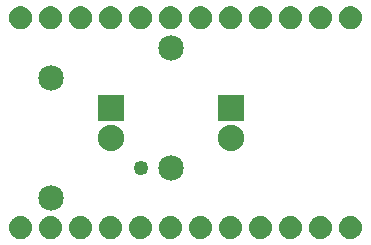
<source format=gbs>
G04 MADE WITH FRITZING*
G04 WWW.FRITZING.ORG*
G04 DOUBLE SIDED*
G04 HOLES PLATED*
G04 CONTOUR ON CENTER OF CONTOUR VECTOR*
%ASAXBY*%
%FSLAX23Y23*%
%MOIN*%
%OFA0B0*%
%SFA1.0B1.0*%
%ADD10C,0.088000*%
%ADD11C,0.085000*%
%ADD12C,0.049370*%
%ADD13R,0.088000X0.088000*%
%ADD14R,0.001000X0.001000*%
%LNMASK0*%
G90*
G70*
G54D10*
X491Y462D03*
X491Y362D03*
G54D11*
X691Y262D03*
X691Y662D03*
X291Y162D03*
X291Y562D03*
G54D10*
X891Y462D03*
X891Y362D03*
G54D12*
X591Y262D03*
G54D13*
X491Y462D03*
X891Y462D03*
G54D14*
X187Y801D02*
X194Y801D01*
X287Y801D02*
X294Y801D01*
X387Y801D02*
X394Y801D01*
X487Y801D02*
X494Y801D01*
X587Y801D02*
X594Y801D01*
X687Y801D02*
X694Y801D01*
X787Y801D02*
X794Y801D01*
X887Y801D02*
X894Y801D01*
X987Y801D02*
X994Y801D01*
X1087Y801D02*
X1094Y801D01*
X1187Y801D02*
X1194Y801D01*
X1287Y801D02*
X1294Y801D01*
X182Y800D02*
X199Y800D01*
X282Y800D02*
X299Y800D01*
X382Y800D02*
X399Y800D01*
X482Y800D02*
X499Y800D01*
X582Y800D02*
X599Y800D01*
X682Y800D02*
X699Y800D01*
X782Y800D02*
X799Y800D01*
X882Y800D02*
X899Y800D01*
X982Y800D02*
X999Y800D01*
X1082Y800D02*
X1099Y800D01*
X1182Y800D02*
X1199Y800D01*
X1282Y800D02*
X1299Y800D01*
X179Y799D02*
X202Y799D01*
X279Y799D02*
X302Y799D01*
X379Y799D02*
X402Y799D01*
X479Y799D02*
X502Y799D01*
X579Y799D02*
X602Y799D01*
X679Y799D02*
X702Y799D01*
X779Y799D02*
X802Y799D01*
X879Y799D02*
X902Y799D01*
X979Y799D02*
X1002Y799D01*
X1079Y799D02*
X1102Y799D01*
X1179Y799D02*
X1202Y799D01*
X1279Y799D02*
X1302Y799D01*
X177Y798D02*
X204Y798D01*
X277Y798D02*
X304Y798D01*
X376Y798D02*
X404Y798D01*
X476Y798D02*
X504Y798D01*
X576Y798D02*
X604Y798D01*
X676Y798D02*
X704Y798D01*
X776Y798D02*
X804Y798D01*
X876Y798D02*
X904Y798D01*
X976Y798D02*
X1004Y798D01*
X1076Y798D02*
X1104Y798D01*
X1176Y798D02*
X1204Y798D01*
X1276Y798D02*
X1304Y798D01*
X175Y797D02*
X206Y797D01*
X275Y797D02*
X306Y797D01*
X375Y797D02*
X406Y797D01*
X475Y797D02*
X506Y797D01*
X574Y797D02*
X606Y797D01*
X674Y797D02*
X706Y797D01*
X774Y797D02*
X806Y797D01*
X874Y797D02*
X906Y797D01*
X974Y797D02*
X1006Y797D01*
X1074Y797D02*
X1106Y797D01*
X1174Y797D02*
X1206Y797D01*
X1274Y797D02*
X1306Y797D01*
X173Y796D02*
X208Y796D01*
X273Y796D02*
X308Y796D01*
X373Y796D02*
X408Y796D01*
X473Y796D02*
X508Y796D01*
X573Y796D02*
X608Y796D01*
X673Y796D02*
X708Y796D01*
X773Y796D02*
X808Y796D01*
X873Y796D02*
X908Y796D01*
X973Y796D02*
X1008Y796D01*
X1073Y796D02*
X1108Y796D01*
X1173Y796D02*
X1208Y796D01*
X1272Y796D02*
X1308Y796D01*
X171Y795D02*
X210Y795D01*
X271Y795D02*
X310Y795D01*
X371Y795D02*
X410Y795D01*
X471Y795D02*
X510Y795D01*
X571Y795D02*
X610Y795D01*
X671Y795D02*
X709Y795D01*
X771Y795D02*
X809Y795D01*
X871Y795D02*
X909Y795D01*
X971Y795D02*
X1009Y795D01*
X1071Y795D02*
X1109Y795D01*
X1171Y795D02*
X1209Y795D01*
X1271Y795D02*
X1309Y795D01*
X170Y794D02*
X211Y794D01*
X270Y794D02*
X311Y794D01*
X370Y794D02*
X411Y794D01*
X470Y794D02*
X511Y794D01*
X570Y794D02*
X611Y794D01*
X670Y794D02*
X711Y794D01*
X770Y794D02*
X811Y794D01*
X870Y794D02*
X911Y794D01*
X970Y794D02*
X1011Y794D01*
X1069Y794D02*
X1111Y794D01*
X1169Y794D02*
X1211Y794D01*
X1269Y794D02*
X1311Y794D01*
X168Y793D02*
X212Y793D01*
X268Y793D02*
X312Y793D01*
X368Y793D02*
X412Y793D01*
X468Y793D02*
X512Y793D01*
X568Y793D02*
X612Y793D01*
X668Y793D02*
X712Y793D01*
X768Y793D02*
X812Y793D01*
X868Y793D02*
X912Y793D01*
X968Y793D02*
X1012Y793D01*
X1068Y793D02*
X1112Y793D01*
X1168Y793D02*
X1212Y793D01*
X1268Y793D02*
X1312Y793D01*
X167Y792D02*
X214Y792D01*
X267Y792D02*
X314Y792D01*
X367Y792D02*
X414Y792D01*
X467Y792D02*
X514Y792D01*
X567Y792D02*
X614Y792D01*
X667Y792D02*
X714Y792D01*
X767Y792D02*
X814Y792D01*
X867Y792D02*
X914Y792D01*
X967Y792D02*
X1013Y792D01*
X1067Y792D02*
X1113Y792D01*
X1167Y792D02*
X1213Y792D01*
X1267Y792D02*
X1313Y792D01*
X166Y791D02*
X215Y791D01*
X266Y791D02*
X315Y791D01*
X366Y791D02*
X415Y791D01*
X466Y791D02*
X515Y791D01*
X566Y791D02*
X615Y791D01*
X666Y791D02*
X715Y791D01*
X766Y791D02*
X815Y791D01*
X866Y791D02*
X915Y791D01*
X966Y791D02*
X1015Y791D01*
X1066Y791D02*
X1115Y791D01*
X1166Y791D02*
X1215Y791D01*
X1266Y791D02*
X1315Y791D01*
X165Y790D02*
X216Y790D01*
X265Y790D02*
X316Y790D01*
X365Y790D02*
X416Y790D01*
X465Y790D02*
X516Y790D01*
X565Y790D02*
X616Y790D01*
X665Y790D02*
X716Y790D01*
X765Y790D02*
X816Y790D01*
X865Y790D02*
X916Y790D01*
X965Y790D02*
X1016Y790D01*
X1065Y790D02*
X1116Y790D01*
X1165Y790D02*
X1216Y790D01*
X1265Y790D02*
X1316Y790D01*
X164Y789D02*
X217Y789D01*
X264Y789D02*
X317Y789D01*
X364Y789D02*
X417Y789D01*
X464Y789D02*
X517Y789D01*
X564Y789D02*
X617Y789D01*
X664Y789D02*
X717Y789D01*
X764Y789D02*
X817Y789D01*
X864Y789D02*
X917Y789D01*
X964Y789D02*
X1017Y789D01*
X1064Y789D02*
X1117Y789D01*
X1164Y789D02*
X1217Y789D01*
X1264Y789D02*
X1317Y789D01*
X163Y788D02*
X218Y788D01*
X263Y788D02*
X318Y788D01*
X363Y788D02*
X418Y788D01*
X463Y788D02*
X518Y788D01*
X563Y788D02*
X618Y788D01*
X663Y788D02*
X718Y788D01*
X763Y788D02*
X818Y788D01*
X863Y788D02*
X918Y788D01*
X963Y788D02*
X1018Y788D01*
X1063Y788D02*
X1118Y788D01*
X1163Y788D02*
X1218Y788D01*
X1263Y788D02*
X1318Y788D01*
X162Y787D02*
X219Y787D01*
X262Y787D02*
X319Y787D01*
X362Y787D02*
X419Y787D01*
X462Y787D02*
X519Y787D01*
X562Y787D02*
X619Y787D01*
X662Y787D02*
X719Y787D01*
X762Y787D02*
X819Y787D01*
X862Y787D02*
X919Y787D01*
X962Y787D02*
X1019Y787D01*
X1062Y787D02*
X1119Y787D01*
X1162Y787D02*
X1219Y787D01*
X1262Y787D02*
X1319Y787D01*
X161Y786D02*
X220Y786D01*
X261Y786D02*
X320Y786D01*
X361Y786D02*
X420Y786D01*
X461Y786D02*
X520Y786D01*
X561Y786D02*
X620Y786D01*
X661Y786D02*
X720Y786D01*
X761Y786D02*
X820Y786D01*
X861Y786D02*
X920Y786D01*
X961Y786D02*
X1020Y786D01*
X1061Y786D02*
X1119Y786D01*
X1161Y786D02*
X1219Y786D01*
X1261Y786D02*
X1319Y786D01*
X160Y785D02*
X221Y785D01*
X260Y785D02*
X320Y785D01*
X360Y785D02*
X420Y785D01*
X460Y785D02*
X520Y785D01*
X560Y785D02*
X620Y785D01*
X660Y785D02*
X720Y785D01*
X760Y785D02*
X820Y785D01*
X860Y785D02*
X920Y785D01*
X960Y785D02*
X1020Y785D01*
X1060Y785D02*
X1120Y785D01*
X1160Y785D02*
X1220Y785D01*
X1260Y785D02*
X1320Y785D01*
X160Y784D02*
X221Y784D01*
X260Y784D02*
X321Y784D01*
X360Y784D02*
X421Y784D01*
X460Y784D02*
X521Y784D01*
X560Y784D02*
X621Y784D01*
X660Y784D02*
X721Y784D01*
X760Y784D02*
X821Y784D01*
X860Y784D02*
X921Y784D01*
X960Y784D02*
X1021Y784D01*
X1060Y784D02*
X1121Y784D01*
X1159Y784D02*
X1221Y784D01*
X1259Y784D02*
X1321Y784D01*
X159Y783D02*
X222Y783D01*
X259Y783D02*
X322Y783D01*
X359Y783D02*
X422Y783D01*
X459Y783D02*
X522Y783D01*
X559Y783D02*
X622Y783D01*
X659Y783D02*
X722Y783D01*
X759Y783D02*
X822Y783D01*
X859Y783D02*
X922Y783D01*
X959Y783D02*
X1022Y783D01*
X1059Y783D02*
X1122Y783D01*
X1159Y783D02*
X1222Y783D01*
X1259Y783D02*
X1322Y783D01*
X158Y782D02*
X223Y782D01*
X258Y782D02*
X323Y782D01*
X358Y782D02*
X423Y782D01*
X458Y782D02*
X523Y782D01*
X558Y782D02*
X623Y782D01*
X658Y782D02*
X723Y782D01*
X758Y782D02*
X823Y782D01*
X858Y782D02*
X923Y782D01*
X958Y782D02*
X1022Y782D01*
X1058Y782D02*
X1122Y782D01*
X1158Y782D02*
X1222Y782D01*
X1258Y782D02*
X1322Y782D01*
X158Y781D02*
X223Y781D01*
X258Y781D02*
X323Y781D01*
X358Y781D02*
X423Y781D01*
X458Y781D02*
X523Y781D01*
X558Y781D02*
X623Y781D01*
X658Y781D02*
X723Y781D01*
X758Y781D02*
X823Y781D01*
X858Y781D02*
X923Y781D01*
X958Y781D02*
X1023Y781D01*
X1058Y781D02*
X1123Y781D01*
X1157Y781D02*
X1223Y781D01*
X1257Y781D02*
X1323Y781D01*
X157Y780D02*
X224Y780D01*
X257Y780D02*
X324Y780D01*
X357Y780D02*
X424Y780D01*
X457Y780D02*
X524Y780D01*
X557Y780D02*
X624Y780D01*
X657Y780D02*
X724Y780D01*
X757Y780D02*
X824Y780D01*
X857Y780D02*
X924Y780D01*
X957Y780D02*
X1024Y780D01*
X1057Y780D02*
X1124Y780D01*
X1157Y780D02*
X1224Y780D01*
X1257Y780D02*
X1324Y780D01*
X157Y779D02*
X225Y779D01*
X257Y779D02*
X324Y779D01*
X357Y779D02*
X424Y779D01*
X457Y779D02*
X524Y779D01*
X557Y779D02*
X624Y779D01*
X656Y779D02*
X724Y779D01*
X756Y779D02*
X824Y779D01*
X856Y779D02*
X924Y779D01*
X956Y779D02*
X1024Y779D01*
X1056Y779D02*
X1124Y779D01*
X1156Y779D02*
X1224Y779D01*
X1256Y779D02*
X1324Y779D01*
X156Y778D02*
X225Y778D01*
X256Y778D02*
X325Y778D01*
X356Y778D02*
X425Y778D01*
X456Y778D02*
X525Y778D01*
X556Y778D02*
X625Y778D01*
X656Y778D02*
X725Y778D01*
X756Y778D02*
X825Y778D01*
X856Y778D02*
X925Y778D01*
X956Y778D02*
X1025Y778D01*
X1056Y778D02*
X1125Y778D01*
X1156Y778D02*
X1225Y778D01*
X1256Y778D02*
X1325Y778D01*
X156Y777D02*
X226Y777D01*
X256Y777D02*
X326Y777D01*
X356Y777D02*
X426Y777D01*
X456Y777D02*
X525Y777D01*
X555Y777D02*
X625Y777D01*
X655Y777D02*
X725Y777D01*
X755Y777D02*
X825Y777D01*
X855Y777D02*
X925Y777D01*
X955Y777D02*
X1025Y777D01*
X1055Y777D02*
X1125Y777D01*
X1155Y777D02*
X1225Y777D01*
X1255Y777D02*
X1325Y777D01*
X155Y776D02*
X226Y776D01*
X255Y776D02*
X326Y776D01*
X355Y776D02*
X426Y776D01*
X455Y776D02*
X526Y776D01*
X555Y776D02*
X626Y776D01*
X655Y776D02*
X726Y776D01*
X755Y776D02*
X826Y776D01*
X855Y776D02*
X926Y776D01*
X955Y776D02*
X1026Y776D01*
X1055Y776D02*
X1126Y776D01*
X1155Y776D02*
X1226Y776D01*
X1255Y776D02*
X1326Y776D01*
X155Y775D02*
X226Y775D01*
X255Y775D02*
X326Y775D01*
X355Y775D02*
X426Y775D01*
X455Y775D02*
X526Y775D01*
X555Y775D02*
X626Y775D01*
X655Y775D02*
X726Y775D01*
X755Y775D02*
X826Y775D01*
X855Y775D02*
X926Y775D01*
X955Y775D02*
X1026Y775D01*
X1055Y775D02*
X1126Y775D01*
X1154Y775D02*
X1226Y775D01*
X1254Y775D02*
X1326Y775D01*
X154Y774D02*
X227Y774D01*
X254Y774D02*
X327Y774D01*
X354Y774D02*
X427Y774D01*
X454Y774D02*
X527Y774D01*
X554Y774D02*
X627Y774D01*
X654Y774D02*
X727Y774D01*
X754Y774D02*
X827Y774D01*
X854Y774D02*
X927Y774D01*
X954Y774D02*
X1027Y774D01*
X1054Y774D02*
X1127Y774D01*
X1154Y774D02*
X1227Y774D01*
X1254Y774D02*
X1327Y774D01*
X154Y773D02*
X227Y773D01*
X254Y773D02*
X327Y773D01*
X354Y773D02*
X427Y773D01*
X454Y773D02*
X527Y773D01*
X554Y773D02*
X627Y773D01*
X654Y773D02*
X727Y773D01*
X754Y773D02*
X827Y773D01*
X854Y773D02*
X927Y773D01*
X954Y773D02*
X1027Y773D01*
X1054Y773D02*
X1127Y773D01*
X1154Y773D02*
X1227Y773D01*
X1254Y773D02*
X1327Y773D01*
X154Y772D02*
X228Y772D01*
X254Y772D02*
X328Y772D01*
X354Y772D02*
X427Y772D01*
X454Y772D02*
X527Y772D01*
X554Y772D02*
X627Y772D01*
X654Y772D02*
X727Y772D01*
X754Y772D02*
X827Y772D01*
X854Y772D02*
X927Y772D01*
X953Y772D02*
X1027Y772D01*
X1053Y772D02*
X1127Y772D01*
X1153Y772D02*
X1227Y772D01*
X1253Y772D02*
X1327Y772D01*
X153Y771D02*
X228Y771D01*
X253Y771D02*
X328Y771D01*
X353Y771D02*
X428Y771D01*
X453Y771D02*
X528Y771D01*
X553Y771D02*
X628Y771D01*
X653Y771D02*
X728Y771D01*
X753Y771D02*
X828Y771D01*
X853Y771D02*
X928Y771D01*
X953Y771D02*
X1028Y771D01*
X1053Y771D02*
X1128Y771D01*
X1153Y771D02*
X1228Y771D01*
X1253Y771D02*
X1328Y771D01*
X153Y770D02*
X228Y770D01*
X253Y770D02*
X328Y770D01*
X353Y770D02*
X428Y770D01*
X453Y770D02*
X528Y770D01*
X553Y770D02*
X628Y770D01*
X653Y770D02*
X728Y770D01*
X753Y770D02*
X828Y770D01*
X853Y770D02*
X928Y770D01*
X953Y770D02*
X1028Y770D01*
X1053Y770D02*
X1128Y770D01*
X1153Y770D02*
X1228Y770D01*
X1253Y770D02*
X1328Y770D01*
X153Y769D02*
X228Y769D01*
X253Y769D02*
X328Y769D01*
X353Y769D02*
X428Y769D01*
X453Y769D02*
X528Y769D01*
X553Y769D02*
X628Y769D01*
X653Y769D02*
X728Y769D01*
X753Y769D02*
X828Y769D01*
X853Y769D02*
X928Y769D01*
X953Y769D02*
X1028Y769D01*
X1053Y769D02*
X1128Y769D01*
X1153Y769D02*
X1228Y769D01*
X1253Y769D02*
X1328Y769D01*
X153Y768D02*
X229Y768D01*
X253Y768D02*
X329Y768D01*
X353Y768D02*
X428Y768D01*
X453Y768D02*
X528Y768D01*
X553Y768D02*
X628Y768D01*
X653Y768D02*
X728Y768D01*
X753Y768D02*
X828Y768D01*
X853Y768D02*
X928Y768D01*
X953Y768D02*
X1028Y768D01*
X1052Y768D02*
X1128Y768D01*
X1152Y768D02*
X1228Y768D01*
X1252Y768D02*
X1328Y768D01*
X153Y767D02*
X229Y767D01*
X253Y767D02*
X329Y767D01*
X352Y767D02*
X429Y767D01*
X452Y767D02*
X529Y767D01*
X552Y767D02*
X629Y767D01*
X652Y767D02*
X729Y767D01*
X752Y767D02*
X829Y767D01*
X852Y767D02*
X929Y767D01*
X952Y767D02*
X1029Y767D01*
X1052Y767D02*
X1129Y767D01*
X1152Y767D02*
X1228Y767D01*
X1252Y767D02*
X1328Y767D01*
X152Y766D02*
X229Y766D01*
X252Y766D02*
X329Y766D01*
X352Y766D02*
X429Y766D01*
X452Y766D02*
X529Y766D01*
X552Y766D02*
X629Y766D01*
X652Y766D02*
X729Y766D01*
X752Y766D02*
X829Y766D01*
X852Y766D02*
X929Y766D01*
X952Y766D02*
X1029Y766D01*
X1052Y766D02*
X1129Y766D01*
X1152Y766D02*
X1229Y766D01*
X1252Y766D02*
X1329Y766D01*
X152Y765D02*
X229Y765D01*
X252Y765D02*
X329Y765D01*
X352Y765D02*
X429Y765D01*
X452Y765D02*
X529Y765D01*
X552Y765D02*
X629Y765D01*
X652Y765D02*
X729Y765D01*
X752Y765D02*
X829Y765D01*
X852Y765D02*
X929Y765D01*
X952Y765D02*
X1029Y765D01*
X1052Y765D02*
X1129Y765D01*
X1152Y765D02*
X1229Y765D01*
X1252Y765D02*
X1329Y765D01*
X152Y764D02*
X229Y764D01*
X252Y764D02*
X329Y764D01*
X352Y764D02*
X429Y764D01*
X452Y764D02*
X529Y764D01*
X552Y764D02*
X629Y764D01*
X652Y764D02*
X729Y764D01*
X752Y764D02*
X829Y764D01*
X852Y764D02*
X929Y764D01*
X952Y764D02*
X1029Y764D01*
X1052Y764D02*
X1129Y764D01*
X1152Y764D02*
X1229Y764D01*
X1252Y764D02*
X1329Y764D01*
X152Y763D02*
X229Y763D01*
X252Y763D02*
X329Y763D01*
X352Y763D02*
X429Y763D01*
X452Y763D02*
X529Y763D01*
X552Y763D02*
X629Y763D01*
X652Y763D02*
X729Y763D01*
X752Y763D02*
X829Y763D01*
X852Y763D02*
X929Y763D01*
X952Y763D02*
X1029Y763D01*
X1052Y763D02*
X1129Y763D01*
X1152Y763D02*
X1229Y763D01*
X1252Y763D02*
X1329Y763D01*
X152Y762D02*
X229Y762D01*
X252Y762D02*
X329Y762D01*
X352Y762D02*
X429Y762D01*
X452Y762D02*
X529Y762D01*
X552Y762D02*
X629Y762D01*
X652Y762D02*
X729Y762D01*
X752Y762D02*
X829Y762D01*
X852Y762D02*
X929Y762D01*
X952Y762D02*
X1029Y762D01*
X1052Y762D02*
X1129Y762D01*
X1152Y762D02*
X1229Y762D01*
X1252Y762D02*
X1329Y762D01*
X152Y761D02*
X229Y761D01*
X252Y761D02*
X329Y761D01*
X352Y761D02*
X429Y761D01*
X452Y761D02*
X529Y761D01*
X552Y761D02*
X629Y761D01*
X652Y761D02*
X729Y761D01*
X752Y761D02*
X829Y761D01*
X852Y761D02*
X929Y761D01*
X952Y761D02*
X1029Y761D01*
X1052Y761D02*
X1129Y761D01*
X1152Y761D02*
X1229Y761D01*
X1252Y761D02*
X1329Y761D01*
X152Y760D02*
X229Y760D01*
X252Y760D02*
X329Y760D01*
X352Y760D02*
X429Y760D01*
X452Y760D02*
X529Y760D01*
X552Y760D02*
X629Y760D01*
X652Y760D02*
X729Y760D01*
X752Y760D02*
X829Y760D01*
X852Y760D02*
X929Y760D01*
X952Y760D02*
X1029Y760D01*
X1052Y760D02*
X1129Y760D01*
X1152Y760D02*
X1229Y760D01*
X1252Y760D02*
X1329Y760D01*
X152Y759D02*
X229Y759D01*
X252Y759D02*
X329Y759D01*
X352Y759D02*
X429Y759D01*
X452Y759D02*
X529Y759D01*
X552Y759D02*
X629Y759D01*
X652Y759D02*
X729Y759D01*
X752Y759D02*
X829Y759D01*
X852Y759D02*
X929Y759D01*
X952Y759D02*
X1029Y759D01*
X1052Y759D02*
X1129Y759D01*
X1152Y759D02*
X1229Y759D01*
X1252Y759D02*
X1329Y759D01*
X152Y758D02*
X229Y758D01*
X252Y758D02*
X329Y758D01*
X352Y758D02*
X429Y758D01*
X452Y758D02*
X529Y758D01*
X552Y758D02*
X629Y758D01*
X652Y758D02*
X729Y758D01*
X752Y758D02*
X829Y758D01*
X852Y758D02*
X929Y758D01*
X952Y758D02*
X1029Y758D01*
X1052Y758D02*
X1129Y758D01*
X1152Y758D02*
X1229Y758D01*
X1252Y758D02*
X1329Y758D01*
X153Y757D02*
X229Y757D01*
X253Y757D02*
X329Y757D01*
X353Y757D02*
X429Y757D01*
X453Y757D02*
X529Y757D01*
X553Y757D02*
X629Y757D01*
X653Y757D02*
X729Y757D01*
X752Y757D02*
X828Y757D01*
X852Y757D02*
X928Y757D01*
X952Y757D02*
X1028Y757D01*
X1052Y757D02*
X1128Y757D01*
X1152Y757D02*
X1228Y757D01*
X1252Y757D02*
X1328Y757D01*
X153Y756D02*
X228Y756D01*
X253Y756D02*
X328Y756D01*
X353Y756D02*
X428Y756D01*
X453Y756D02*
X528Y756D01*
X553Y756D02*
X628Y756D01*
X653Y756D02*
X728Y756D01*
X753Y756D02*
X828Y756D01*
X853Y756D02*
X928Y756D01*
X953Y756D02*
X1028Y756D01*
X1053Y756D02*
X1128Y756D01*
X1153Y756D02*
X1228Y756D01*
X1253Y756D02*
X1328Y756D01*
X153Y755D02*
X228Y755D01*
X253Y755D02*
X328Y755D01*
X353Y755D02*
X428Y755D01*
X453Y755D02*
X528Y755D01*
X553Y755D02*
X628Y755D01*
X653Y755D02*
X728Y755D01*
X753Y755D02*
X828Y755D01*
X853Y755D02*
X928Y755D01*
X953Y755D02*
X1028Y755D01*
X1053Y755D02*
X1128Y755D01*
X1153Y755D02*
X1228Y755D01*
X1253Y755D02*
X1328Y755D01*
X153Y754D02*
X228Y754D01*
X253Y754D02*
X328Y754D01*
X353Y754D02*
X428Y754D01*
X453Y754D02*
X528Y754D01*
X553Y754D02*
X628Y754D01*
X653Y754D02*
X728Y754D01*
X753Y754D02*
X828Y754D01*
X853Y754D02*
X928Y754D01*
X953Y754D02*
X1028Y754D01*
X1053Y754D02*
X1128Y754D01*
X1153Y754D02*
X1228Y754D01*
X1253Y754D02*
X1328Y754D01*
X154Y753D02*
X228Y753D01*
X253Y753D02*
X328Y753D01*
X353Y753D02*
X428Y753D01*
X453Y753D02*
X528Y753D01*
X553Y753D02*
X628Y753D01*
X653Y753D02*
X728Y753D01*
X753Y753D02*
X828Y753D01*
X853Y753D02*
X928Y753D01*
X953Y753D02*
X1028Y753D01*
X1053Y753D02*
X1128Y753D01*
X1153Y753D02*
X1227Y753D01*
X1253Y753D02*
X1327Y753D01*
X154Y752D02*
X227Y752D01*
X254Y752D02*
X327Y752D01*
X354Y752D02*
X427Y752D01*
X454Y752D02*
X527Y752D01*
X554Y752D02*
X627Y752D01*
X654Y752D02*
X727Y752D01*
X754Y752D02*
X827Y752D01*
X854Y752D02*
X927Y752D01*
X954Y752D02*
X1027Y752D01*
X1054Y752D02*
X1127Y752D01*
X1154Y752D02*
X1227Y752D01*
X1253Y752D02*
X1327Y752D01*
X154Y751D02*
X227Y751D01*
X254Y751D02*
X327Y751D01*
X354Y751D02*
X427Y751D01*
X454Y751D02*
X527Y751D01*
X554Y751D02*
X627Y751D01*
X654Y751D02*
X727Y751D01*
X754Y751D02*
X827Y751D01*
X854Y751D02*
X927Y751D01*
X954Y751D02*
X1027Y751D01*
X1054Y751D02*
X1127Y751D01*
X1154Y751D02*
X1227Y751D01*
X1254Y751D02*
X1327Y751D01*
X154Y750D02*
X227Y750D01*
X254Y750D02*
X327Y750D01*
X354Y750D02*
X427Y750D01*
X454Y750D02*
X527Y750D01*
X554Y750D02*
X627Y750D01*
X654Y750D02*
X727Y750D01*
X754Y750D02*
X827Y750D01*
X854Y750D02*
X927Y750D01*
X954Y750D02*
X1027Y750D01*
X1054Y750D02*
X1126Y750D01*
X1154Y750D02*
X1226Y750D01*
X1254Y750D02*
X1326Y750D01*
X155Y749D02*
X226Y749D01*
X255Y749D02*
X326Y749D01*
X355Y749D02*
X426Y749D01*
X455Y749D02*
X526Y749D01*
X555Y749D02*
X626Y749D01*
X655Y749D02*
X726Y749D01*
X755Y749D02*
X826Y749D01*
X855Y749D02*
X926Y749D01*
X955Y749D02*
X1026Y749D01*
X1055Y749D02*
X1126Y749D01*
X1155Y749D02*
X1226Y749D01*
X1255Y749D02*
X1326Y749D01*
X155Y748D02*
X226Y748D01*
X255Y748D02*
X326Y748D01*
X355Y748D02*
X426Y748D01*
X455Y748D02*
X526Y748D01*
X555Y748D02*
X626Y748D01*
X655Y748D02*
X726Y748D01*
X755Y748D02*
X826Y748D01*
X855Y748D02*
X926Y748D01*
X955Y748D02*
X1026Y748D01*
X1055Y748D02*
X1126Y748D01*
X1155Y748D02*
X1226Y748D01*
X1255Y748D02*
X1326Y748D01*
X156Y747D02*
X225Y747D01*
X256Y747D02*
X325Y747D01*
X356Y747D02*
X425Y747D01*
X456Y747D02*
X525Y747D01*
X556Y747D02*
X625Y747D01*
X656Y747D02*
X725Y747D01*
X756Y747D02*
X825Y747D01*
X856Y747D02*
X925Y747D01*
X956Y747D02*
X1025Y747D01*
X1055Y747D02*
X1125Y747D01*
X1155Y747D02*
X1225Y747D01*
X1255Y747D02*
X1325Y747D01*
X156Y746D02*
X225Y746D01*
X256Y746D02*
X325Y746D01*
X356Y746D02*
X425Y746D01*
X456Y746D02*
X525Y746D01*
X556Y746D02*
X625Y746D01*
X656Y746D02*
X725Y746D01*
X756Y746D02*
X825Y746D01*
X856Y746D02*
X925Y746D01*
X956Y746D02*
X1025Y746D01*
X1056Y746D02*
X1125Y746D01*
X1156Y746D02*
X1225Y746D01*
X1256Y746D02*
X1325Y746D01*
X157Y745D02*
X224Y745D01*
X257Y745D02*
X324Y745D01*
X357Y745D02*
X424Y745D01*
X457Y745D02*
X524Y745D01*
X557Y745D02*
X624Y745D01*
X657Y745D02*
X724Y745D01*
X757Y745D02*
X824Y745D01*
X857Y745D02*
X924Y745D01*
X957Y745D02*
X1024Y745D01*
X1056Y745D02*
X1124Y745D01*
X1156Y745D02*
X1224Y745D01*
X1256Y745D02*
X1324Y745D01*
X157Y744D02*
X224Y744D01*
X257Y744D02*
X324Y744D01*
X357Y744D02*
X424Y744D01*
X457Y744D02*
X524Y744D01*
X557Y744D02*
X624Y744D01*
X657Y744D02*
X724Y744D01*
X757Y744D02*
X824Y744D01*
X857Y744D02*
X924Y744D01*
X957Y744D02*
X1024Y744D01*
X1057Y744D02*
X1124Y744D01*
X1157Y744D02*
X1224Y744D01*
X1257Y744D02*
X1324Y744D01*
X158Y743D02*
X223Y743D01*
X258Y743D02*
X323Y743D01*
X358Y743D02*
X423Y743D01*
X458Y743D02*
X523Y743D01*
X558Y743D02*
X623Y743D01*
X658Y743D02*
X723Y743D01*
X758Y743D02*
X823Y743D01*
X858Y743D02*
X923Y743D01*
X958Y743D02*
X1023Y743D01*
X1058Y743D02*
X1123Y743D01*
X1158Y743D02*
X1223Y743D01*
X1258Y743D02*
X1323Y743D01*
X159Y742D02*
X223Y742D01*
X259Y742D02*
X323Y742D01*
X358Y742D02*
X422Y742D01*
X458Y742D02*
X522Y742D01*
X558Y742D02*
X622Y742D01*
X658Y742D02*
X722Y742D01*
X758Y742D02*
X822Y742D01*
X858Y742D02*
X922Y742D01*
X958Y742D02*
X1022Y742D01*
X1058Y742D02*
X1122Y742D01*
X1158Y742D02*
X1222Y742D01*
X1258Y742D02*
X1322Y742D01*
X159Y741D02*
X222Y741D01*
X259Y741D02*
X322Y741D01*
X359Y741D02*
X422Y741D01*
X459Y741D02*
X522Y741D01*
X559Y741D02*
X622Y741D01*
X659Y741D02*
X722Y741D01*
X759Y741D02*
X822Y741D01*
X859Y741D02*
X922Y741D01*
X959Y741D02*
X1022Y741D01*
X1059Y741D02*
X1122Y741D01*
X1159Y741D02*
X1222Y741D01*
X1259Y741D02*
X1322Y741D01*
X160Y740D02*
X221Y740D01*
X260Y740D02*
X321Y740D01*
X360Y740D02*
X421Y740D01*
X460Y740D02*
X521Y740D01*
X560Y740D02*
X621Y740D01*
X660Y740D02*
X721Y740D01*
X760Y740D02*
X821Y740D01*
X860Y740D02*
X921Y740D01*
X960Y740D02*
X1021Y740D01*
X1060Y740D02*
X1121Y740D01*
X1160Y740D02*
X1221Y740D01*
X1260Y740D02*
X1321Y740D01*
X161Y739D02*
X220Y739D01*
X261Y739D02*
X320Y739D01*
X361Y739D02*
X420Y739D01*
X461Y739D02*
X520Y739D01*
X561Y739D02*
X620Y739D01*
X661Y739D02*
X720Y739D01*
X761Y739D02*
X820Y739D01*
X861Y739D02*
X920Y739D01*
X961Y739D02*
X1020Y739D01*
X1060Y739D02*
X1120Y739D01*
X1160Y739D02*
X1220Y739D01*
X1260Y739D02*
X1320Y739D01*
X161Y738D02*
X220Y738D01*
X261Y738D02*
X319Y738D01*
X361Y738D02*
X419Y738D01*
X461Y738D02*
X519Y738D01*
X561Y738D02*
X619Y738D01*
X661Y738D02*
X719Y738D01*
X761Y738D02*
X819Y738D01*
X861Y738D02*
X919Y738D01*
X961Y738D02*
X1019Y738D01*
X1061Y738D02*
X1119Y738D01*
X1161Y738D02*
X1219Y738D01*
X1261Y738D02*
X1319Y738D01*
X162Y737D02*
X219Y737D01*
X262Y737D02*
X319Y737D01*
X362Y737D02*
X419Y737D01*
X462Y737D02*
X519Y737D01*
X562Y737D02*
X618Y737D01*
X662Y737D02*
X718Y737D01*
X762Y737D02*
X818Y737D01*
X862Y737D02*
X918Y737D01*
X962Y737D02*
X1018Y737D01*
X1062Y737D02*
X1118Y737D01*
X1162Y737D02*
X1218Y737D01*
X1262Y737D02*
X1318Y737D01*
X163Y736D02*
X218Y736D01*
X263Y736D02*
X318Y736D01*
X363Y736D02*
X418Y736D01*
X463Y736D02*
X518Y736D01*
X563Y736D02*
X618Y736D01*
X663Y736D02*
X717Y736D01*
X763Y736D02*
X817Y736D01*
X863Y736D02*
X917Y736D01*
X963Y736D02*
X1017Y736D01*
X1063Y736D02*
X1117Y736D01*
X1163Y736D02*
X1217Y736D01*
X1263Y736D02*
X1317Y736D01*
X164Y735D02*
X217Y735D01*
X264Y735D02*
X317Y735D01*
X364Y735D02*
X417Y735D01*
X464Y735D02*
X517Y735D01*
X564Y735D02*
X617Y735D01*
X664Y735D02*
X717Y735D01*
X764Y735D02*
X816Y735D01*
X864Y735D02*
X916Y735D01*
X964Y735D02*
X1016Y735D01*
X1064Y735D02*
X1116Y735D01*
X1164Y735D02*
X1216Y735D01*
X1264Y735D02*
X1316Y735D01*
X165Y734D02*
X216Y734D01*
X265Y734D02*
X316Y734D01*
X365Y734D02*
X415Y734D01*
X465Y734D02*
X515Y734D01*
X565Y734D02*
X615Y734D01*
X665Y734D02*
X715Y734D01*
X765Y734D02*
X815Y734D01*
X865Y734D02*
X915Y734D01*
X965Y734D02*
X1015Y734D01*
X1065Y734D02*
X1115Y734D01*
X1165Y734D02*
X1215Y734D01*
X1265Y734D02*
X1315Y734D01*
X166Y733D02*
X214Y733D01*
X266Y733D02*
X314Y733D01*
X366Y733D02*
X414Y733D01*
X466Y733D02*
X514Y733D01*
X566Y733D02*
X614Y733D01*
X666Y733D02*
X714Y733D01*
X766Y733D02*
X814Y733D01*
X866Y733D02*
X914Y733D01*
X966Y733D02*
X1014Y733D01*
X1066Y733D02*
X1114Y733D01*
X1166Y733D02*
X1214Y733D01*
X1266Y733D02*
X1314Y733D01*
X168Y732D02*
X213Y732D01*
X268Y732D02*
X313Y732D01*
X368Y732D02*
X413Y732D01*
X468Y732D02*
X513Y732D01*
X568Y732D02*
X613Y732D01*
X668Y732D02*
X713Y732D01*
X768Y732D02*
X813Y732D01*
X867Y732D02*
X913Y732D01*
X967Y732D02*
X1013Y732D01*
X1067Y732D02*
X1113Y732D01*
X1167Y732D02*
X1213Y732D01*
X1267Y732D02*
X1313Y732D01*
X169Y731D02*
X212Y731D01*
X269Y731D02*
X312Y731D01*
X369Y731D02*
X412Y731D01*
X469Y731D02*
X512Y731D01*
X569Y731D02*
X612Y731D01*
X669Y731D02*
X712Y731D01*
X769Y731D02*
X812Y731D01*
X869Y731D02*
X912Y731D01*
X969Y731D02*
X1012Y731D01*
X1069Y731D02*
X1112Y731D01*
X1169Y731D02*
X1212Y731D01*
X1269Y731D02*
X1312Y731D01*
X170Y730D02*
X210Y730D01*
X270Y730D02*
X310Y730D01*
X370Y730D02*
X410Y730D01*
X470Y730D02*
X510Y730D01*
X570Y730D02*
X610Y730D01*
X670Y730D02*
X710Y730D01*
X770Y730D02*
X810Y730D01*
X870Y730D02*
X910Y730D01*
X970Y730D02*
X1010Y730D01*
X1070Y730D02*
X1110Y730D01*
X1170Y730D02*
X1210Y730D01*
X1270Y730D02*
X1310Y730D01*
X172Y729D02*
X209Y729D01*
X272Y729D02*
X309Y729D01*
X372Y729D02*
X409Y729D01*
X472Y729D02*
X509Y729D01*
X572Y729D02*
X609Y729D01*
X672Y729D02*
X709Y729D01*
X772Y729D02*
X809Y729D01*
X872Y729D02*
X909Y729D01*
X972Y729D02*
X1009Y729D01*
X1072Y729D02*
X1109Y729D01*
X1172Y729D02*
X1209Y729D01*
X1272Y729D02*
X1309Y729D01*
X174Y728D02*
X207Y728D01*
X274Y728D02*
X307Y728D01*
X374Y728D02*
X407Y728D01*
X474Y728D02*
X507Y728D01*
X574Y728D02*
X607Y728D01*
X674Y728D02*
X707Y728D01*
X774Y728D02*
X807Y728D01*
X874Y728D02*
X907Y728D01*
X974Y728D02*
X1007Y728D01*
X1073Y728D02*
X1107Y728D01*
X1173Y728D02*
X1207Y728D01*
X1273Y728D02*
X1307Y728D01*
X176Y727D02*
X205Y727D01*
X276Y727D02*
X305Y727D01*
X376Y727D02*
X405Y727D01*
X476Y727D02*
X505Y727D01*
X576Y727D02*
X605Y727D01*
X676Y727D02*
X705Y727D01*
X776Y727D02*
X805Y727D01*
X876Y727D02*
X905Y727D01*
X975Y727D02*
X1005Y727D01*
X1075Y727D02*
X1105Y727D01*
X1175Y727D02*
X1205Y727D01*
X1275Y727D02*
X1305Y727D01*
X178Y726D02*
X203Y726D01*
X278Y726D02*
X303Y726D01*
X378Y726D02*
X403Y726D01*
X478Y726D02*
X503Y726D01*
X578Y726D02*
X603Y726D01*
X678Y726D02*
X703Y726D01*
X778Y726D02*
X803Y726D01*
X878Y726D02*
X903Y726D01*
X978Y726D02*
X1003Y726D01*
X1078Y726D02*
X1103Y726D01*
X1178Y726D02*
X1203Y726D01*
X1278Y726D02*
X1303Y726D01*
X181Y725D02*
X200Y725D01*
X281Y725D02*
X300Y725D01*
X381Y725D02*
X400Y725D01*
X481Y725D02*
X500Y725D01*
X581Y725D02*
X600Y725D01*
X681Y725D02*
X700Y725D01*
X781Y725D02*
X800Y725D01*
X881Y725D02*
X900Y725D01*
X981Y725D02*
X1000Y725D01*
X1081Y725D02*
X1100Y725D01*
X1181Y725D02*
X1200Y725D01*
X1281Y725D02*
X1300Y725D01*
X185Y724D02*
X196Y724D01*
X285Y724D02*
X296Y724D01*
X385Y724D02*
X396Y724D01*
X485Y724D02*
X496Y724D01*
X585Y724D02*
X596Y724D01*
X685Y724D02*
X696Y724D01*
X785Y724D02*
X796Y724D01*
X885Y724D02*
X896Y724D01*
X985Y724D02*
X996Y724D01*
X1085Y724D02*
X1096Y724D01*
X1185Y724D02*
X1196Y724D01*
X1285Y724D02*
X1296Y724D01*
X183Y101D02*
X198Y101D01*
X283Y101D02*
X298Y101D01*
X383Y101D02*
X398Y101D01*
X483Y101D02*
X498Y101D01*
X583Y101D02*
X598Y101D01*
X683Y101D02*
X698Y101D01*
X783Y101D02*
X798Y101D01*
X883Y101D02*
X898Y101D01*
X983Y101D02*
X998Y101D01*
X1083Y101D02*
X1098Y101D01*
X1183Y101D02*
X1198Y101D01*
X1283Y101D02*
X1298Y101D01*
X180Y100D02*
X201Y100D01*
X280Y100D02*
X301Y100D01*
X380Y100D02*
X401Y100D01*
X480Y100D02*
X501Y100D01*
X580Y100D02*
X601Y100D01*
X680Y100D02*
X701Y100D01*
X780Y100D02*
X801Y100D01*
X880Y100D02*
X901Y100D01*
X980Y100D02*
X1001Y100D01*
X1080Y100D02*
X1101Y100D01*
X1179Y100D02*
X1201Y100D01*
X1279Y100D02*
X1301Y100D01*
X177Y99D02*
X204Y99D01*
X277Y99D02*
X304Y99D01*
X377Y99D02*
X404Y99D01*
X477Y99D02*
X504Y99D01*
X577Y99D02*
X603Y99D01*
X677Y99D02*
X703Y99D01*
X777Y99D02*
X803Y99D01*
X877Y99D02*
X903Y99D01*
X977Y99D02*
X1003Y99D01*
X1077Y99D02*
X1103Y99D01*
X1177Y99D02*
X1203Y99D01*
X1277Y99D02*
X1303Y99D01*
X175Y98D02*
X206Y98D01*
X275Y98D02*
X306Y98D01*
X375Y98D02*
X406Y98D01*
X475Y98D02*
X506Y98D01*
X575Y98D02*
X606Y98D01*
X675Y98D02*
X706Y98D01*
X775Y98D02*
X806Y98D01*
X875Y98D02*
X905Y98D01*
X975Y98D02*
X1005Y98D01*
X1075Y98D02*
X1105Y98D01*
X1175Y98D02*
X1205Y98D01*
X1275Y98D02*
X1305Y98D01*
X173Y97D02*
X208Y97D01*
X273Y97D02*
X308Y97D01*
X373Y97D02*
X407Y97D01*
X473Y97D02*
X507Y97D01*
X573Y97D02*
X607Y97D01*
X673Y97D02*
X707Y97D01*
X773Y97D02*
X807Y97D01*
X873Y97D02*
X907Y97D01*
X973Y97D02*
X1007Y97D01*
X1073Y97D02*
X1107Y97D01*
X1173Y97D02*
X1207Y97D01*
X1273Y97D02*
X1307Y97D01*
X172Y96D02*
X209Y96D01*
X272Y96D02*
X309Y96D01*
X372Y96D02*
X409Y96D01*
X472Y96D02*
X509Y96D01*
X572Y96D02*
X609Y96D01*
X672Y96D02*
X709Y96D01*
X772Y96D02*
X809Y96D01*
X872Y96D02*
X909Y96D01*
X971Y96D02*
X1009Y96D01*
X1071Y96D02*
X1109Y96D01*
X1171Y96D02*
X1209Y96D01*
X1271Y96D02*
X1309Y96D01*
X170Y95D02*
X211Y95D01*
X270Y95D02*
X311Y95D01*
X370Y95D02*
X411Y95D01*
X470Y95D02*
X511Y95D01*
X570Y95D02*
X611Y95D01*
X670Y95D02*
X711Y95D01*
X770Y95D02*
X811Y95D01*
X870Y95D02*
X911Y95D01*
X970Y95D02*
X1010Y95D01*
X1070Y95D02*
X1110Y95D01*
X1170Y95D02*
X1210Y95D01*
X1270Y95D02*
X1310Y95D01*
X169Y94D02*
X212Y94D01*
X269Y94D02*
X312Y94D01*
X369Y94D02*
X412Y94D01*
X469Y94D02*
X512Y94D01*
X569Y94D02*
X612Y94D01*
X669Y94D02*
X712Y94D01*
X769Y94D02*
X812Y94D01*
X869Y94D02*
X912Y94D01*
X969Y94D02*
X1012Y94D01*
X1069Y94D02*
X1112Y94D01*
X1169Y94D02*
X1212Y94D01*
X1269Y94D02*
X1312Y94D01*
X168Y93D02*
X213Y93D01*
X268Y93D02*
X313Y93D01*
X367Y93D02*
X413Y93D01*
X467Y93D02*
X513Y93D01*
X567Y93D02*
X613Y93D01*
X667Y93D02*
X713Y93D01*
X767Y93D02*
X813Y93D01*
X867Y93D02*
X913Y93D01*
X967Y93D02*
X1013Y93D01*
X1067Y93D02*
X1113Y93D01*
X1167Y93D02*
X1213Y93D01*
X1267Y93D02*
X1313Y93D01*
X166Y92D02*
X215Y92D01*
X266Y92D02*
X314Y92D01*
X366Y92D02*
X414Y92D01*
X466Y92D02*
X514Y92D01*
X566Y92D02*
X614Y92D01*
X666Y92D02*
X714Y92D01*
X766Y92D02*
X814Y92D01*
X866Y92D02*
X914Y92D01*
X966Y92D02*
X1014Y92D01*
X1066Y92D02*
X1114Y92D01*
X1166Y92D02*
X1214Y92D01*
X1266Y92D02*
X1314Y92D01*
X165Y91D02*
X216Y91D01*
X265Y91D02*
X316Y91D01*
X365Y91D02*
X416Y91D01*
X465Y91D02*
X516Y91D01*
X565Y91D02*
X616Y91D01*
X665Y91D02*
X715Y91D01*
X765Y91D02*
X815Y91D01*
X865Y91D02*
X915Y91D01*
X965Y91D02*
X1015Y91D01*
X1065Y91D02*
X1115Y91D01*
X1165Y91D02*
X1215Y91D01*
X1265Y91D02*
X1315Y91D01*
X164Y90D02*
X217Y90D01*
X264Y90D02*
X317Y90D01*
X364Y90D02*
X417Y90D01*
X464Y90D02*
X517Y90D01*
X564Y90D02*
X617Y90D01*
X664Y90D02*
X717Y90D01*
X764Y90D02*
X817Y90D01*
X864Y90D02*
X917Y90D01*
X964Y90D02*
X1016Y90D01*
X1064Y90D02*
X1116Y90D01*
X1164Y90D02*
X1216Y90D01*
X1264Y90D02*
X1316Y90D01*
X163Y89D02*
X218Y89D01*
X263Y89D02*
X318Y89D01*
X363Y89D02*
X418Y89D01*
X463Y89D02*
X518Y89D01*
X563Y89D02*
X618Y89D01*
X663Y89D02*
X718Y89D01*
X763Y89D02*
X817Y89D01*
X863Y89D02*
X917Y89D01*
X963Y89D02*
X1017Y89D01*
X1063Y89D02*
X1117Y89D01*
X1163Y89D02*
X1217Y89D01*
X1263Y89D02*
X1317Y89D01*
X162Y88D02*
X219Y88D01*
X262Y88D02*
X319Y88D01*
X362Y88D02*
X419Y88D01*
X462Y88D02*
X518Y88D01*
X562Y88D02*
X618Y88D01*
X662Y88D02*
X718Y88D01*
X762Y88D02*
X818Y88D01*
X862Y88D02*
X918Y88D01*
X962Y88D02*
X1018Y88D01*
X1062Y88D02*
X1118Y88D01*
X1162Y88D02*
X1218Y88D01*
X1262Y88D02*
X1318Y88D01*
X161Y87D02*
X219Y87D01*
X261Y87D02*
X319Y87D01*
X361Y87D02*
X419Y87D01*
X461Y87D02*
X519Y87D01*
X561Y87D02*
X619Y87D01*
X661Y87D02*
X719Y87D01*
X761Y87D02*
X819Y87D01*
X861Y87D02*
X919Y87D01*
X961Y87D02*
X1019Y87D01*
X1061Y87D02*
X1119Y87D01*
X1161Y87D02*
X1219Y87D01*
X1261Y87D02*
X1319Y87D01*
X161Y86D02*
X220Y86D01*
X261Y86D02*
X320Y86D01*
X361Y86D02*
X420Y86D01*
X461Y86D02*
X520Y86D01*
X561Y86D02*
X620Y86D01*
X661Y86D02*
X720Y86D01*
X761Y86D02*
X820Y86D01*
X861Y86D02*
X920Y86D01*
X961Y86D02*
X1020Y86D01*
X1060Y86D02*
X1120Y86D01*
X1160Y86D02*
X1220Y86D01*
X1260Y86D02*
X1320Y86D01*
X160Y85D02*
X221Y85D01*
X260Y85D02*
X321Y85D01*
X360Y85D02*
X421Y85D01*
X460Y85D02*
X521Y85D01*
X560Y85D02*
X621Y85D01*
X660Y85D02*
X721Y85D01*
X760Y85D02*
X821Y85D01*
X860Y85D02*
X921Y85D01*
X960Y85D02*
X1021Y85D01*
X1060Y85D02*
X1121Y85D01*
X1160Y85D02*
X1221Y85D01*
X1260Y85D02*
X1321Y85D01*
X159Y84D02*
X222Y84D01*
X259Y84D02*
X322Y84D01*
X359Y84D02*
X422Y84D01*
X459Y84D02*
X522Y84D01*
X559Y84D02*
X622Y84D01*
X659Y84D02*
X722Y84D01*
X759Y84D02*
X822Y84D01*
X859Y84D02*
X922Y84D01*
X959Y84D02*
X1022Y84D01*
X1059Y84D02*
X1122Y84D01*
X1159Y84D02*
X1222Y84D01*
X1259Y84D02*
X1322Y84D01*
X159Y83D02*
X222Y83D01*
X259Y83D02*
X322Y83D01*
X359Y83D02*
X422Y83D01*
X458Y83D02*
X522Y83D01*
X558Y83D02*
X622Y83D01*
X658Y83D02*
X722Y83D01*
X758Y83D02*
X822Y83D01*
X858Y83D02*
X922Y83D01*
X958Y83D02*
X1022Y83D01*
X1058Y83D02*
X1122Y83D01*
X1158Y83D02*
X1222Y83D01*
X1258Y83D02*
X1322Y83D01*
X158Y82D02*
X223Y82D01*
X258Y82D02*
X323Y82D01*
X358Y82D02*
X423Y82D01*
X458Y82D02*
X523Y82D01*
X558Y82D02*
X623Y82D01*
X658Y82D02*
X723Y82D01*
X758Y82D02*
X823Y82D01*
X858Y82D02*
X923Y82D01*
X958Y82D02*
X1023Y82D01*
X1058Y82D02*
X1123Y82D01*
X1158Y82D02*
X1223Y82D01*
X1258Y82D02*
X1323Y82D01*
X157Y81D02*
X224Y81D01*
X257Y81D02*
X324Y81D01*
X357Y81D02*
X424Y81D01*
X457Y81D02*
X524Y81D01*
X557Y81D02*
X624Y81D01*
X657Y81D02*
X724Y81D01*
X757Y81D02*
X824Y81D01*
X857Y81D02*
X924Y81D01*
X957Y81D02*
X1024Y81D01*
X1057Y81D02*
X1124Y81D01*
X1157Y81D02*
X1224Y81D01*
X1257Y81D02*
X1324Y81D01*
X157Y80D02*
X224Y80D01*
X257Y80D02*
X324Y80D01*
X357Y80D02*
X424Y80D01*
X457Y80D02*
X524Y80D01*
X557Y80D02*
X624Y80D01*
X657Y80D02*
X724Y80D01*
X757Y80D02*
X824Y80D01*
X857Y80D02*
X924Y80D01*
X957Y80D02*
X1024Y80D01*
X1057Y80D02*
X1124Y80D01*
X1156Y80D02*
X1224Y80D01*
X1256Y80D02*
X1324Y80D01*
X156Y79D02*
X225Y79D01*
X256Y79D02*
X325Y79D01*
X356Y79D02*
X425Y79D01*
X456Y79D02*
X525Y79D01*
X556Y79D02*
X625Y79D01*
X656Y79D02*
X725Y79D01*
X756Y79D02*
X825Y79D01*
X856Y79D02*
X925Y79D01*
X956Y79D02*
X1025Y79D01*
X1056Y79D02*
X1125Y79D01*
X1156Y79D02*
X1225Y79D01*
X1256Y79D02*
X1325Y79D01*
X156Y78D02*
X225Y78D01*
X256Y78D02*
X325Y78D01*
X356Y78D02*
X425Y78D01*
X456Y78D02*
X525Y78D01*
X556Y78D02*
X625Y78D01*
X656Y78D02*
X725Y78D01*
X756Y78D02*
X825Y78D01*
X856Y78D02*
X925Y78D01*
X956Y78D02*
X1025Y78D01*
X1056Y78D02*
X1125Y78D01*
X1155Y78D02*
X1225Y78D01*
X1255Y78D02*
X1325Y78D01*
X155Y77D02*
X226Y77D01*
X255Y77D02*
X326Y77D01*
X355Y77D02*
X426Y77D01*
X455Y77D02*
X526Y77D01*
X555Y77D02*
X626Y77D01*
X655Y77D02*
X726Y77D01*
X755Y77D02*
X826Y77D01*
X855Y77D02*
X926Y77D01*
X955Y77D02*
X1026Y77D01*
X1055Y77D02*
X1126Y77D01*
X1155Y77D02*
X1226Y77D01*
X1255Y77D02*
X1326Y77D01*
X155Y76D02*
X226Y76D01*
X255Y76D02*
X326Y76D01*
X355Y76D02*
X426Y76D01*
X455Y76D02*
X526Y76D01*
X555Y76D02*
X626Y76D01*
X655Y76D02*
X726Y76D01*
X755Y76D02*
X826Y76D01*
X855Y76D02*
X926Y76D01*
X955Y76D02*
X1026Y76D01*
X1055Y76D02*
X1126Y76D01*
X1155Y76D02*
X1226Y76D01*
X1255Y76D02*
X1326Y76D01*
X154Y75D02*
X227Y75D01*
X254Y75D02*
X327Y75D01*
X354Y75D02*
X427Y75D01*
X454Y75D02*
X527Y75D01*
X554Y75D02*
X627Y75D01*
X654Y75D02*
X727Y75D01*
X754Y75D02*
X827Y75D01*
X854Y75D02*
X927Y75D01*
X954Y75D02*
X1027Y75D01*
X1054Y75D02*
X1126Y75D01*
X1154Y75D02*
X1226Y75D01*
X1254Y75D02*
X1326Y75D01*
X154Y74D02*
X227Y74D01*
X254Y74D02*
X327Y74D01*
X354Y74D02*
X427Y74D01*
X454Y74D02*
X527Y74D01*
X554Y74D02*
X627Y74D01*
X654Y74D02*
X727Y74D01*
X754Y74D02*
X827Y74D01*
X854Y74D02*
X927Y74D01*
X954Y74D02*
X1027Y74D01*
X1054Y74D02*
X1127Y74D01*
X1154Y74D02*
X1227Y74D01*
X1254Y74D02*
X1327Y74D01*
X154Y73D02*
X227Y73D01*
X254Y73D02*
X327Y73D01*
X354Y73D02*
X427Y73D01*
X454Y73D02*
X527Y73D01*
X554Y73D02*
X627Y73D01*
X654Y73D02*
X727Y73D01*
X754Y73D02*
X827Y73D01*
X854Y73D02*
X927Y73D01*
X954Y73D02*
X1027Y73D01*
X1054Y73D02*
X1127Y73D01*
X1154Y73D02*
X1227Y73D01*
X1253Y73D02*
X1327Y73D01*
X153Y72D02*
X228Y72D01*
X253Y72D02*
X328Y72D01*
X353Y72D02*
X428Y72D01*
X453Y72D02*
X528Y72D01*
X553Y72D02*
X628Y72D01*
X653Y72D02*
X728Y72D01*
X753Y72D02*
X828Y72D01*
X853Y72D02*
X928Y72D01*
X953Y72D02*
X1028Y72D01*
X1053Y72D02*
X1128Y72D01*
X1153Y72D02*
X1227Y72D01*
X1253Y72D02*
X1327Y72D01*
X153Y71D02*
X228Y71D01*
X253Y71D02*
X328Y71D01*
X353Y71D02*
X428Y71D01*
X453Y71D02*
X528Y71D01*
X553Y71D02*
X628Y71D01*
X653Y71D02*
X728Y71D01*
X753Y71D02*
X828Y71D01*
X853Y71D02*
X928Y71D01*
X953Y71D02*
X1028Y71D01*
X1053Y71D02*
X1128Y71D01*
X1153Y71D02*
X1228Y71D01*
X1253Y71D02*
X1328Y71D01*
X153Y70D02*
X228Y70D01*
X253Y70D02*
X328Y70D01*
X353Y70D02*
X428Y70D01*
X453Y70D02*
X528Y70D01*
X553Y70D02*
X628Y70D01*
X653Y70D02*
X728Y70D01*
X753Y70D02*
X828Y70D01*
X853Y70D02*
X928Y70D01*
X953Y70D02*
X1028Y70D01*
X1053Y70D02*
X1128Y70D01*
X1153Y70D02*
X1228Y70D01*
X1253Y70D02*
X1328Y70D01*
X153Y69D02*
X229Y69D01*
X253Y69D02*
X328Y69D01*
X353Y69D02*
X428Y69D01*
X453Y69D02*
X528Y69D01*
X553Y69D02*
X628Y69D01*
X653Y69D02*
X728Y69D01*
X753Y69D02*
X828Y69D01*
X853Y69D02*
X928Y69D01*
X953Y69D02*
X1028Y69D01*
X1053Y69D02*
X1128Y69D01*
X1153Y69D02*
X1228Y69D01*
X1252Y69D02*
X1328Y69D01*
X153Y68D02*
X229Y68D01*
X253Y68D02*
X329Y68D01*
X353Y68D02*
X429Y68D01*
X453Y68D02*
X529Y68D01*
X552Y68D02*
X629Y68D01*
X652Y68D02*
X729Y68D01*
X752Y68D02*
X829Y68D01*
X852Y68D02*
X928Y68D01*
X952Y68D02*
X1028Y68D01*
X1052Y68D02*
X1128Y68D01*
X1152Y68D02*
X1228Y68D01*
X1252Y68D02*
X1328Y68D01*
X152Y67D02*
X229Y67D01*
X252Y67D02*
X329Y67D01*
X352Y67D02*
X429Y67D01*
X452Y67D02*
X529Y67D01*
X552Y67D02*
X629Y67D01*
X652Y67D02*
X729Y67D01*
X752Y67D02*
X829Y67D01*
X852Y67D02*
X929Y67D01*
X952Y67D02*
X1029Y67D01*
X1052Y67D02*
X1129Y67D01*
X1152Y67D02*
X1229Y67D01*
X1252Y67D02*
X1329Y67D01*
X152Y66D02*
X229Y66D01*
X252Y66D02*
X329Y66D01*
X352Y66D02*
X429Y66D01*
X452Y66D02*
X529Y66D01*
X552Y66D02*
X629Y66D01*
X652Y66D02*
X729Y66D01*
X752Y66D02*
X829Y66D01*
X852Y66D02*
X929Y66D01*
X952Y66D02*
X1029Y66D01*
X1052Y66D02*
X1129Y66D01*
X1152Y66D02*
X1229Y66D01*
X1252Y66D02*
X1329Y66D01*
X152Y65D02*
X229Y65D01*
X252Y65D02*
X329Y65D01*
X352Y65D02*
X429Y65D01*
X452Y65D02*
X529Y65D01*
X552Y65D02*
X629Y65D01*
X652Y65D02*
X729Y65D01*
X752Y65D02*
X829Y65D01*
X852Y65D02*
X929Y65D01*
X952Y65D02*
X1029Y65D01*
X1052Y65D02*
X1129Y65D01*
X1152Y65D02*
X1229Y65D01*
X1252Y65D02*
X1329Y65D01*
X152Y64D02*
X229Y64D01*
X252Y64D02*
X329Y64D01*
X352Y64D02*
X429Y64D01*
X452Y64D02*
X529Y64D01*
X552Y64D02*
X629Y64D01*
X652Y64D02*
X729Y64D01*
X752Y64D02*
X829Y64D01*
X852Y64D02*
X929Y64D01*
X952Y64D02*
X1029Y64D01*
X1052Y64D02*
X1129Y64D01*
X1152Y64D02*
X1229Y64D01*
X1252Y64D02*
X1329Y64D01*
X152Y63D02*
X229Y63D01*
X252Y63D02*
X329Y63D01*
X352Y63D02*
X429Y63D01*
X452Y63D02*
X529Y63D01*
X552Y63D02*
X629Y63D01*
X652Y63D02*
X729Y63D01*
X752Y63D02*
X829Y63D01*
X852Y63D02*
X929Y63D01*
X952Y63D02*
X1029Y63D01*
X1052Y63D02*
X1129Y63D01*
X1152Y63D02*
X1229Y63D01*
X1252Y63D02*
X1329Y63D01*
X152Y62D02*
X229Y62D01*
X252Y62D02*
X329Y62D01*
X352Y62D02*
X429Y62D01*
X452Y62D02*
X529Y62D01*
X552Y62D02*
X629Y62D01*
X652Y62D02*
X729Y62D01*
X752Y62D02*
X829Y62D01*
X852Y62D02*
X929Y62D01*
X952Y62D02*
X1029Y62D01*
X1052Y62D02*
X1129Y62D01*
X1152Y62D02*
X1229Y62D01*
X1252Y62D02*
X1329Y62D01*
X152Y61D02*
X229Y61D01*
X252Y61D02*
X329Y61D01*
X352Y61D02*
X429Y61D01*
X452Y61D02*
X529Y61D01*
X552Y61D02*
X629Y61D01*
X652Y61D02*
X729Y61D01*
X752Y61D02*
X829Y61D01*
X852Y61D02*
X929Y61D01*
X952Y61D02*
X1029Y61D01*
X1052Y61D02*
X1129Y61D01*
X1152Y61D02*
X1229Y61D01*
X1252Y61D02*
X1329Y61D01*
X152Y60D02*
X229Y60D01*
X252Y60D02*
X329Y60D01*
X352Y60D02*
X429Y60D01*
X452Y60D02*
X529Y60D01*
X552Y60D02*
X629Y60D01*
X652Y60D02*
X729Y60D01*
X752Y60D02*
X829Y60D01*
X852Y60D02*
X929Y60D01*
X952Y60D02*
X1029Y60D01*
X1052Y60D02*
X1129Y60D01*
X1152Y60D02*
X1229Y60D01*
X1252Y60D02*
X1329Y60D01*
X152Y59D02*
X229Y59D01*
X252Y59D02*
X329Y59D01*
X352Y59D02*
X429Y59D01*
X452Y59D02*
X529Y59D01*
X552Y59D02*
X629Y59D01*
X652Y59D02*
X729Y59D01*
X752Y59D02*
X829Y59D01*
X852Y59D02*
X929Y59D01*
X952Y59D02*
X1029Y59D01*
X1052Y59D02*
X1129Y59D01*
X1152Y59D02*
X1229Y59D01*
X1252Y59D02*
X1329Y59D01*
X153Y58D02*
X229Y58D01*
X253Y58D02*
X329Y58D01*
X353Y58D02*
X429Y58D01*
X453Y58D02*
X529Y58D01*
X552Y58D02*
X629Y58D01*
X652Y58D02*
X729Y58D01*
X752Y58D02*
X829Y58D01*
X852Y58D02*
X929Y58D01*
X952Y58D02*
X1028Y58D01*
X1052Y58D02*
X1128Y58D01*
X1152Y58D02*
X1228Y58D01*
X1252Y58D02*
X1328Y58D01*
X153Y57D02*
X229Y57D01*
X253Y57D02*
X328Y57D01*
X353Y57D02*
X428Y57D01*
X453Y57D02*
X528Y57D01*
X553Y57D02*
X628Y57D01*
X653Y57D02*
X728Y57D01*
X753Y57D02*
X828Y57D01*
X853Y57D02*
X928Y57D01*
X953Y57D02*
X1028Y57D01*
X1053Y57D02*
X1128Y57D01*
X1152Y57D02*
X1228Y57D01*
X1252Y57D02*
X1328Y57D01*
X153Y56D02*
X228Y56D01*
X253Y56D02*
X328Y56D01*
X353Y56D02*
X428Y56D01*
X453Y56D02*
X528Y56D01*
X553Y56D02*
X628Y56D01*
X653Y56D02*
X728Y56D01*
X753Y56D02*
X828Y56D01*
X853Y56D02*
X928Y56D01*
X953Y56D02*
X1028Y56D01*
X1053Y56D02*
X1128Y56D01*
X1153Y56D02*
X1228Y56D01*
X1253Y56D02*
X1328Y56D01*
X153Y55D02*
X228Y55D01*
X253Y55D02*
X328Y55D01*
X353Y55D02*
X428Y55D01*
X453Y55D02*
X528Y55D01*
X553Y55D02*
X628Y55D01*
X653Y55D02*
X728Y55D01*
X753Y55D02*
X828Y55D01*
X853Y55D02*
X928Y55D01*
X953Y55D02*
X1028Y55D01*
X1053Y55D02*
X1128Y55D01*
X1153Y55D02*
X1228Y55D01*
X1253Y55D02*
X1328Y55D01*
X153Y54D02*
X228Y54D01*
X253Y54D02*
X328Y54D01*
X353Y54D02*
X428Y54D01*
X453Y54D02*
X528Y54D01*
X553Y54D02*
X628Y54D01*
X653Y54D02*
X728Y54D01*
X753Y54D02*
X828Y54D01*
X853Y54D02*
X928Y54D01*
X953Y54D02*
X1028Y54D01*
X1053Y54D02*
X1128Y54D01*
X1153Y54D02*
X1228Y54D01*
X1253Y54D02*
X1328Y54D01*
X154Y53D02*
X228Y53D01*
X254Y53D02*
X328Y53D01*
X354Y53D02*
X427Y53D01*
X454Y53D02*
X527Y53D01*
X554Y53D02*
X627Y53D01*
X654Y53D02*
X727Y53D01*
X754Y53D02*
X827Y53D01*
X854Y53D02*
X927Y53D01*
X953Y53D02*
X1027Y53D01*
X1053Y53D02*
X1127Y53D01*
X1153Y53D02*
X1227Y53D01*
X1253Y53D02*
X1327Y53D01*
X154Y52D02*
X227Y52D01*
X254Y52D02*
X327Y52D01*
X354Y52D02*
X427Y52D01*
X454Y52D02*
X527Y52D01*
X554Y52D02*
X627Y52D01*
X654Y52D02*
X727Y52D01*
X754Y52D02*
X827Y52D01*
X854Y52D02*
X927Y52D01*
X954Y52D02*
X1027Y52D01*
X1054Y52D02*
X1127Y52D01*
X1154Y52D02*
X1227Y52D01*
X1254Y52D02*
X1327Y52D01*
X154Y51D02*
X227Y51D01*
X254Y51D02*
X327Y51D01*
X354Y51D02*
X427Y51D01*
X454Y51D02*
X527Y51D01*
X554Y51D02*
X627Y51D01*
X654Y51D02*
X727Y51D01*
X754Y51D02*
X827Y51D01*
X854Y51D02*
X927Y51D01*
X954Y51D02*
X1027Y51D01*
X1054Y51D02*
X1127Y51D01*
X1154Y51D02*
X1227Y51D01*
X1254Y51D02*
X1327Y51D01*
X155Y50D02*
X226Y50D01*
X255Y50D02*
X326Y50D01*
X355Y50D02*
X426Y50D01*
X455Y50D02*
X526Y50D01*
X555Y50D02*
X626Y50D01*
X655Y50D02*
X726Y50D01*
X755Y50D02*
X826Y50D01*
X855Y50D02*
X926Y50D01*
X955Y50D02*
X1026Y50D01*
X1055Y50D02*
X1126Y50D01*
X1154Y50D02*
X1226Y50D01*
X1254Y50D02*
X1326Y50D01*
X155Y49D02*
X226Y49D01*
X255Y49D02*
X326Y49D01*
X355Y49D02*
X426Y49D01*
X455Y49D02*
X526Y49D01*
X555Y49D02*
X626Y49D01*
X655Y49D02*
X726Y49D01*
X755Y49D02*
X826Y49D01*
X855Y49D02*
X926Y49D01*
X955Y49D02*
X1026Y49D01*
X1055Y49D02*
X1126Y49D01*
X1155Y49D02*
X1226Y49D01*
X1255Y49D02*
X1326Y49D01*
X156Y48D02*
X226Y48D01*
X256Y48D02*
X326Y48D01*
X356Y48D02*
X426Y48D01*
X455Y48D02*
X526Y48D01*
X555Y48D02*
X625Y48D01*
X655Y48D02*
X725Y48D01*
X755Y48D02*
X825Y48D01*
X855Y48D02*
X925Y48D01*
X955Y48D02*
X1025Y48D01*
X1055Y48D02*
X1125Y48D01*
X1155Y48D02*
X1225Y48D01*
X1255Y48D02*
X1325Y48D01*
X156Y47D02*
X225Y47D01*
X256Y47D02*
X325Y47D01*
X356Y47D02*
X425Y47D01*
X456Y47D02*
X525Y47D01*
X556Y47D02*
X625Y47D01*
X656Y47D02*
X725Y47D01*
X756Y47D02*
X825Y47D01*
X856Y47D02*
X925Y47D01*
X956Y47D02*
X1025Y47D01*
X1056Y47D02*
X1125Y47D01*
X1156Y47D02*
X1225Y47D01*
X1256Y47D02*
X1325Y47D01*
X157Y46D02*
X225Y46D01*
X257Y46D02*
X325Y46D01*
X357Y46D02*
X424Y46D01*
X457Y46D02*
X524Y46D01*
X556Y46D02*
X624Y46D01*
X656Y46D02*
X724Y46D01*
X756Y46D02*
X824Y46D01*
X856Y46D02*
X924Y46D01*
X956Y46D02*
X1024Y46D01*
X1056Y46D02*
X1124Y46D01*
X1156Y46D02*
X1224Y46D01*
X1256Y46D02*
X1324Y46D01*
X157Y45D02*
X224Y45D01*
X257Y45D02*
X324Y45D01*
X357Y45D02*
X424Y45D01*
X457Y45D02*
X524Y45D01*
X557Y45D02*
X624Y45D01*
X657Y45D02*
X724Y45D01*
X757Y45D02*
X824Y45D01*
X857Y45D02*
X924Y45D01*
X957Y45D02*
X1024Y45D01*
X1057Y45D02*
X1124Y45D01*
X1157Y45D02*
X1224Y45D01*
X1257Y45D02*
X1324Y45D01*
X158Y44D02*
X223Y44D01*
X258Y44D02*
X323Y44D01*
X358Y44D02*
X423Y44D01*
X458Y44D02*
X523Y44D01*
X558Y44D02*
X623Y44D01*
X658Y44D02*
X723Y44D01*
X758Y44D02*
X823Y44D01*
X858Y44D02*
X923Y44D01*
X958Y44D02*
X1023Y44D01*
X1057Y44D02*
X1123Y44D01*
X1157Y44D02*
X1223Y44D01*
X1257Y44D02*
X1323Y44D01*
X158Y43D02*
X223Y43D01*
X258Y43D02*
X323Y43D01*
X358Y43D02*
X423Y43D01*
X458Y43D02*
X523Y43D01*
X558Y43D02*
X623Y43D01*
X658Y43D02*
X723Y43D01*
X758Y43D02*
X823Y43D01*
X858Y43D02*
X923Y43D01*
X958Y43D02*
X1023Y43D01*
X1058Y43D02*
X1122Y43D01*
X1158Y43D02*
X1222Y43D01*
X1258Y43D02*
X1322Y43D01*
X159Y42D02*
X222Y42D01*
X259Y42D02*
X322Y42D01*
X359Y42D02*
X422Y42D01*
X459Y42D02*
X522Y42D01*
X559Y42D02*
X622Y42D01*
X659Y42D02*
X722Y42D01*
X759Y42D02*
X822Y42D01*
X859Y42D02*
X922Y42D01*
X959Y42D02*
X1022Y42D01*
X1059Y42D02*
X1122Y42D01*
X1159Y42D02*
X1222Y42D01*
X1259Y42D02*
X1322Y42D01*
X160Y41D02*
X221Y41D01*
X260Y41D02*
X321Y41D01*
X360Y41D02*
X421Y41D01*
X460Y41D02*
X521Y41D01*
X560Y41D02*
X621Y41D01*
X660Y41D02*
X721Y41D01*
X760Y41D02*
X821Y41D01*
X860Y41D02*
X921Y41D01*
X960Y41D02*
X1021Y41D01*
X1059Y41D02*
X1121Y41D01*
X1159Y41D02*
X1221Y41D01*
X1259Y41D02*
X1321Y41D01*
X160Y40D02*
X221Y40D01*
X260Y40D02*
X321Y40D01*
X360Y40D02*
X420Y40D01*
X460Y40D02*
X520Y40D01*
X560Y40D02*
X620Y40D01*
X660Y40D02*
X720Y40D01*
X760Y40D02*
X820Y40D01*
X860Y40D02*
X920Y40D01*
X960Y40D02*
X1020Y40D01*
X1060Y40D02*
X1120Y40D01*
X1160Y40D02*
X1220Y40D01*
X1260Y40D02*
X1320Y40D01*
X161Y39D02*
X220Y39D01*
X261Y39D02*
X320Y39D01*
X361Y39D02*
X420Y39D01*
X461Y39D02*
X520Y39D01*
X561Y39D02*
X620Y39D01*
X661Y39D02*
X720Y39D01*
X761Y39D02*
X820Y39D01*
X861Y39D02*
X920Y39D01*
X961Y39D02*
X1020Y39D01*
X1061Y39D02*
X1120Y39D01*
X1161Y39D02*
X1219Y39D01*
X1261Y39D02*
X1319Y39D01*
X162Y38D02*
X219Y38D01*
X262Y38D02*
X319Y38D01*
X362Y38D02*
X419Y38D01*
X462Y38D02*
X519Y38D01*
X562Y38D02*
X619Y38D01*
X662Y38D02*
X719Y38D01*
X762Y38D02*
X819Y38D01*
X862Y38D02*
X919Y38D01*
X962Y38D02*
X1019Y38D01*
X1062Y38D02*
X1119Y38D01*
X1162Y38D02*
X1219Y38D01*
X1262Y38D02*
X1319Y38D01*
X163Y37D02*
X218Y37D01*
X263Y37D02*
X318Y37D01*
X363Y37D02*
X418Y37D01*
X463Y37D02*
X518Y37D01*
X563Y37D02*
X618Y37D01*
X663Y37D02*
X718Y37D01*
X763Y37D02*
X818Y37D01*
X863Y37D02*
X918Y37D01*
X963Y37D02*
X1018Y37D01*
X1063Y37D02*
X1118Y37D01*
X1163Y37D02*
X1218Y37D01*
X1263Y37D02*
X1318Y37D01*
X164Y36D02*
X217Y36D01*
X264Y36D02*
X317Y36D01*
X364Y36D02*
X417Y36D01*
X464Y36D02*
X517Y36D01*
X564Y36D02*
X617Y36D01*
X664Y36D02*
X717Y36D01*
X764Y36D02*
X817Y36D01*
X864Y36D02*
X917Y36D01*
X964Y36D02*
X1017Y36D01*
X1064Y36D02*
X1117Y36D01*
X1164Y36D02*
X1217Y36D01*
X1264Y36D02*
X1317Y36D01*
X165Y35D02*
X216Y35D01*
X265Y35D02*
X316Y35D01*
X365Y35D02*
X416Y35D01*
X465Y35D02*
X516Y35D01*
X565Y35D02*
X616Y35D01*
X665Y35D02*
X716Y35D01*
X765Y35D02*
X816Y35D01*
X865Y35D02*
X916Y35D01*
X965Y35D02*
X1016Y35D01*
X1065Y35D02*
X1116Y35D01*
X1165Y35D02*
X1216Y35D01*
X1265Y35D02*
X1316Y35D01*
X166Y34D02*
X215Y34D01*
X266Y34D02*
X315Y34D01*
X366Y34D02*
X415Y34D01*
X466Y34D02*
X515Y34D01*
X566Y34D02*
X615Y34D01*
X666Y34D02*
X715Y34D01*
X766Y34D02*
X815Y34D01*
X866Y34D02*
X915Y34D01*
X966Y34D02*
X1015Y34D01*
X1066Y34D02*
X1115Y34D01*
X1166Y34D02*
X1214Y34D01*
X1266Y34D02*
X1314Y34D01*
X167Y33D02*
X214Y33D01*
X267Y33D02*
X314Y33D01*
X367Y33D02*
X414Y33D01*
X467Y33D02*
X514Y33D01*
X567Y33D02*
X613Y33D01*
X667Y33D02*
X713Y33D01*
X767Y33D02*
X813Y33D01*
X867Y33D02*
X913Y33D01*
X967Y33D02*
X1013Y33D01*
X1067Y33D02*
X1113Y33D01*
X1167Y33D02*
X1213Y33D01*
X1267Y33D02*
X1313Y33D01*
X169Y32D02*
X212Y32D01*
X269Y32D02*
X312Y32D01*
X369Y32D02*
X412Y32D01*
X469Y32D02*
X512Y32D01*
X568Y32D02*
X612Y32D01*
X668Y32D02*
X712Y32D01*
X768Y32D02*
X812Y32D01*
X868Y32D02*
X912Y32D01*
X968Y32D02*
X1012Y32D01*
X1068Y32D02*
X1112Y32D01*
X1168Y32D02*
X1212Y32D01*
X1268Y32D02*
X1312Y32D01*
X170Y31D02*
X211Y31D01*
X270Y31D02*
X311Y31D01*
X370Y31D02*
X411Y31D01*
X470Y31D02*
X511Y31D01*
X570Y31D02*
X611Y31D01*
X670Y31D02*
X711Y31D01*
X770Y31D02*
X811Y31D01*
X870Y31D02*
X911Y31D01*
X970Y31D02*
X1011Y31D01*
X1070Y31D02*
X1111Y31D01*
X1170Y31D02*
X1211Y31D01*
X1270Y31D02*
X1311Y31D01*
X172Y30D02*
X209Y30D01*
X271Y30D02*
X309Y30D01*
X371Y30D02*
X409Y30D01*
X471Y30D02*
X509Y30D01*
X571Y30D02*
X609Y30D01*
X671Y30D02*
X709Y30D01*
X771Y30D02*
X809Y30D01*
X871Y30D02*
X909Y30D01*
X971Y30D02*
X1009Y30D01*
X1071Y30D02*
X1109Y30D01*
X1171Y30D02*
X1209Y30D01*
X1271Y30D02*
X1309Y30D01*
X173Y29D02*
X208Y29D01*
X273Y29D02*
X308Y29D01*
X373Y29D02*
X408Y29D01*
X473Y29D02*
X508Y29D01*
X573Y29D02*
X608Y29D01*
X673Y29D02*
X708Y29D01*
X773Y29D02*
X808Y29D01*
X873Y29D02*
X908Y29D01*
X973Y29D02*
X1007Y29D01*
X1073Y29D02*
X1107Y29D01*
X1173Y29D02*
X1207Y29D01*
X1273Y29D02*
X1307Y29D01*
X175Y28D02*
X206Y28D01*
X275Y28D02*
X306Y28D01*
X375Y28D02*
X406Y28D01*
X475Y28D02*
X506Y28D01*
X575Y28D02*
X606Y28D01*
X675Y28D02*
X706Y28D01*
X775Y28D02*
X806Y28D01*
X875Y28D02*
X906Y28D01*
X975Y28D02*
X1006Y28D01*
X1075Y28D02*
X1106Y28D01*
X1175Y28D02*
X1205Y28D01*
X1275Y28D02*
X1305Y28D01*
X177Y27D02*
X204Y27D01*
X277Y27D02*
X304Y27D01*
X377Y27D02*
X404Y27D01*
X477Y27D02*
X504Y27D01*
X577Y27D02*
X603Y27D01*
X677Y27D02*
X703Y27D01*
X777Y27D02*
X803Y27D01*
X877Y27D02*
X903Y27D01*
X977Y27D02*
X1003Y27D01*
X1077Y27D02*
X1103Y27D01*
X1177Y27D02*
X1203Y27D01*
X1277Y27D02*
X1303Y27D01*
X180Y26D02*
X201Y26D01*
X280Y26D02*
X301Y26D01*
X380Y26D02*
X401Y26D01*
X480Y26D02*
X501Y26D01*
X580Y26D02*
X601Y26D01*
X680Y26D02*
X701Y26D01*
X780Y26D02*
X801Y26D01*
X880Y26D02*
X901Y26D01*
X980Y26D02*
X1001Y26D01*
X1080Y26D02*
X1101Y26D01*
X1180Y26D02*
X1201Y26D01*
X1280Y26D02*
X1301Y26D01*
X183Y25D02*
X198Y25D01*
X283Y25D02*
X298Y25D01*
X383Y25D02*
X398Y25D01*
X483Y25D02*
X497Y25D01*
X583Y25D02*
X597Y25D01*
X683Y25D02*
X697Y25D01*
X783Y25D02*
X797Y25D01*
X883Y25D02*
X897Y25D01*
X983Y25D02*
X997Y25D01*
X1083Y25D02*
X1097Y25D01*
X1183Y25D02*
X1197Y25D01*
X1283Y25D02*
X1297Y25D01*
D02*
G04 End of Mask0*
M02*
</source>
